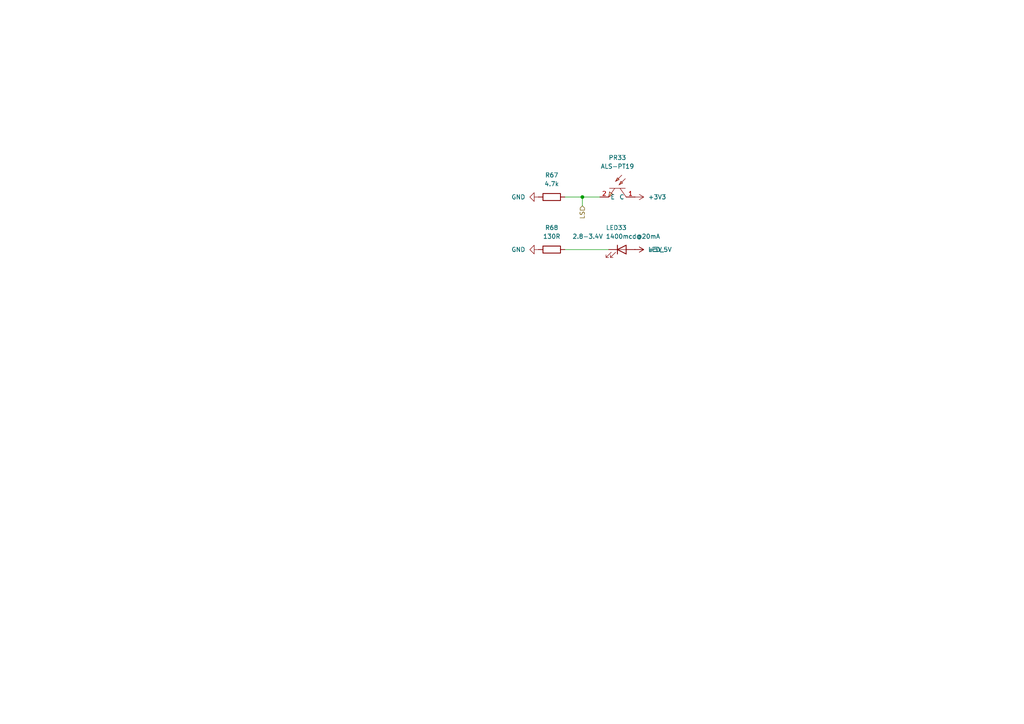
<source format=kicad_sch>
(kicad_sch (version 20231120) (generator "eeschema") (generator_version "8.0")
  (paper "A4")
  (lib_symbols
    (symbol "Device:LED" (pin_numbers hide) (pin_names (offset 1.016) hide)
      (property "Reference" "D" (at 0 2.54 0))
      (property "Value" "LED" (at 0 -2.54 0))
      (symbol "LED_0_1"
        (polyline (pts (xy -1.27 -1.27) (xy -1.27 1.27)) (stroke (width 0.254)))
        (polyline (pts (xy -1.27 0) (xy 1.27 0)))
        (polyline (pts (xy 1.27 -1.27) (xy 1.27 1.27) (xy -1.27 0) (xy 1.27 -1.27)) (stroke (width 0.254)))
        (polyline (pts (xy -3.048 -0.762) (xy -4.572 -2.286) (xy -3.81 -2.286) (xy -4.572 -2.286) (xy -4.572 -1.524)))
        (polyline (pts (xy -1.778 -0.762) (xy -3.302 -2.286) (xy -2.54 -2.286) (xy -3.302 -2.286) (xy -3.302 -1.524)))
      )
      (symbol "LED_1_1"
        (pin passive line (at -3.81 0 0) (length 2.54) (name "K") (number "1"))
        (pin passive line (at 3.81 0 180) (length 2.54) (name "A") (number "2"))
      )
    )
    (symbol "Device:R" (pin_numbers hide) (pin_names (offset 0))
      (property "Reference" "R" (at 2.032 0 90))
      (property "Value" "R" (at 0 0 90))
      (symbol "R_0_1"
        (rectangle (start -1.016 -2.54) (end 1.016 2.54) (stroke (width 0.254)))
      )
      (symbol "R_1_1"
        (pin passive line (at 0 3.81 270) (length 1.27) (name "~") (number "1"))
        (pin passive line (at 0 -3.81 90) (length 1.27) (name "~") (number "2"))
      )
    )
    (symbol "EasyEDA:ALS-PT19-315C_L177_TR8"
      (property "Reference" "R" (at 0 10.16 0))
      (property "Value" "ALS-PT19-315C/L177/TR8" (at 0 -10.16 0))
      (symbol "ALS-PT19-315C_L177_TR8_0_1"
        (polyline (pts (xy -5.08 1.27) (xy -3.3 -0.51)))
        (polyline (pts (xy -4.06 2.29) (xy -2.29 0.51)))
        (polyline (pts (xy -1.27 -0.76) (xy 1.27 -2.54)))
        (polyline (pts (xy -1.27 2.29) (xy -1.27 -2.29)))
        (polyline (pts (xy 1.27 2.54) (xy -1.27 0.76)))
        (polyline (pts (xy -3.3 -0.51) (xy -3.81 0.51) (xy -4.32 0) (xy -3.3 -0.51)) (fill (type background)))
        (polyline (pts (xy -2.29 0.51) (xy -2.79 1.52) (xy -3.3 1.02) (xy -2.29 0.51)) (fill (type background)))
        (polyline (pts (xy 1.27 -2.54) (xy 0.51 -1.27) (xy -0.25 -2.29) (xy 1.27 -2.54)) (fill (type background)))
        (pin input line (at 1.27 5.08 270) (length 2.54) (name "C") (number "1"))
        (pin input line (at 1.27 -5.08 90) (length 2.54) (name "E") (number "2"))
      )
    )
    (symbol "power:+3.3V" (power) (pin_numbers hide) (pin_names (offset 0) hide)
      (property "Value" "+3.3V" (at 0 3.556 0))
      (symbol "+3.3V_0_1"
        (polyline (pts (xy -0.762 1.27) (xy 0 2.54)))
        (polyline (pts (xy 0 0) (xy 0 2.54)))
        (polyline (pts (xy 0 2.54) (xy 0.762 1.27)))
      )
      (symbol "+3.3V_1_1"
        (pin power_in line (at 0 0 90) (length 0) (name "~") (number "1"))
      )
    )
    (symbol "power:+5V" (power) (pin_numbers hide) (pin_names (offset 0) hide)
      (property "Value" "+5V" (at 0 3.556 0))
      (symbol "+5V_0_1"
        (polyline (pts (xy -0.762 1.27) (xy 0 2.54)))
        (polyline (pts (xy 0 0) (xy 0 2.54)))
        (polyline (pts (xy 0 2.54) (xy 0.762 1.27)))
      )
      (symbol "+5V_1_1"
        (pin power_in line (at 0 0 90) (length 0) (name "~") (number "1"))
      )
    )
    (symbol "power:GND" (power) (pin_numbers hide) (pin_names (offset 0) hide)
      (property "Value" "GND" (at 0 -3.81 0))
      (symbol "GND_0_1"
        (polyline (pts (xy 0 0) (xy 0 -1.27) (xy 1.27 -1.27) (xy 0 -2.54) (xy -1.27 -1.27) (xy 0 -1.27)))
      )
      (symbol "GND_1_1"
        (pin power_in line (at 0 0 270) (length 0) (name "~") (number "1"))
      )
    )
  )
  (junction (at 168.91 57.15))
  (wire (pts (xy 163.83 72.39) (xy 176.53 72.39)))
  (wire (pts (xy 163.83 57.15) (xy 168.91 57.15)))
  (wire (pts (xy 173.99 57.15) (xy 168.91 57.15)))
  (wire (pts (xy 168.91 59.69) (xy 168.91 57.15)))
  (hierarchical_label "LS" (shape input) (at 168.91 59.69 270))
  (symbol (lib_id "Device:R") (at 160.02 57.15 270) (unit 1)
    (property "Reference" "R67" (at 160.02 50.8 90))
    (property "Value" "4.7k" (at 160.02 53.34 90))
    (property "Footprint" "PCM_Resistor_SMD_AKL:R_0805_2012Metric_Pad1.15x1.40mm_HandSolder" (effects (hide yes)))
    (property "Description" "Resistor" (effects (hide yes)))
    (instances (project "pcb" (path "" (reference "R67") (unit 1)) (path "" (reference "R77") (unit 1)) (path "" (reference "R97") (unit 1)) (path "" (reference "R85") (unit 1)) (path "" (reference "R81") (unit 1)) (path "" (reference "R95") (unit 1)) (path "" (reference "R91") (unit 1)) (path "" (reference "R79") (unit 1)) (path "" (reference "R71") (unit 1)) (path "" (reference "R75") (unit 1)) (path "" (reference "R83") (unit 1)) (path "" (reference "R87") (unit 1)) (path "" (reference "R73") (unit 1)) (path "" (reference "R93") (unit 1)) (path "" (reference "R89") (unit 1)) (path "" (reference "R69") (unit 1)) (path "" (reference "R35") (unit 1)) (path "" (reference "R45") (unit 1)) (path "" (reference "R65") (unit 1)) (path "" (reference "R53") (unit 1)) (path "" (reference "R49") (unit 1)) (path "" (reference "R63") (unit 1)) (path "" (reference "R59") (unit 1)) (path "" (reference "R47") (unit 1)) (path "" (reference "R39") (unit 1)) (path "" (reference "R43") (unit 1)) (path "" (reference "R51") (unit 1)) (path "" (reference "R55") (unit 1)) (path "" (reference "R41") (unit 1)) (path "" (reference "R61") (unit 1)) (path "" (reference "R57") (unit 1)) (path "" (reference "R37") (unit 1)) (path "" (reference "R3") (unit 1)) (path "" (reference "R13") (unit 1)) (path "" (reference "R33") (unit 1)) (path "" (reference "R21") (unit 1)) (path "" (reference "R17") (unit 1)) (path "" (reference "R31") (unit 1)) (path "" (reference "R27") (unit 1)) (path "" (reference "R15") (unit 1)) (path "" (reference "R7") (unit 1)) (path "" (reference "R11") (unit 1)) (path "" (reference "R19") (unit 1)) (path "" (reference "R23") (unit 1)) (path "" (reference "R9") (unit 1)) (path "" (reference "R29") (unit 1)) (path "" (reference "R25") (unit 1)) (path "" (reference "R5") (unit 1))))
  )
  (symbol (lib_id "EasyEDA:ALS-PT19-315C_L177_TR8") (at 179.07 55.88 270) (unit 1)
    (property "Reference" "PR33" (at 179.07 45.72 90))
    (property "Value" "ALS-PT19" (at 179.07 48.26 90))
    (property "Footprint" "EasyEDA:SENSORS-SMD_ALS-PT19" (effects (hide yes)))
    (property "Datasheet" "https://lcsc.com/product-detail/Photoresistors_ALS-PT19-315C-L177-TR8_C146233.html" (effects (hide yes)))
    (property "LCSC Part" "C146233" (effects (hide yes)))
    (instances (project "pcb" (path "" (reference "PR33") (unit 1)) (path "" (reference "PR38") (unit 1)) (path "" (reference "PR48") (unit 1)) (path "" (reference "PR42") (unit 1)) (path "" (reference "PR40") (unit 1)) (path "" (reference "PR47") (unit 1)) (path "" (reference "PR45") (unit 1)) (path "" (reference "PR39") (unit 1)) (path "" (reference "PR35") (unit 1)) (path "" (reference "PR37") (unit 1)) (path "" (reference "PR41") (unit 1)) (path "" (reference "PR43") (unit 1)) (path "" (reference "PR36") (unit 1)) (path "" (reference "PR46") (unit 1)) (path "" (reference "PR44") (unit 1)) (path "" (reference "PR34") (unit 1)) (path "" (reference "PR17") (unit 1)) (path "" (reference "PR22") (unit 1)) (path "" (reference "PR32") (unit 1)) (path "" (reference "PR26") (unit 1)) (path "" (reference "PR24") (unit 1)) (path "" (reference "PR31") (unit 1)) (path "" (reference "PR29") (unit 1)) (path "" (reference "PR23") (unit 1)) (path "" (reference "PR19") (unit 1)) (path "" (reference "PR21") (unit 1)) (path "" (reference "PR25") (unit 1)) (path "" (reference "PR27") (unit 1)) (path "" (reference "PR20") (unit 1)) (path "" (reference "PR30") (unit 1)) (path "" (reference "PR28") (unit 1)) (path "" (reference "PR18") (unit 1)) (path "" (reference "PR1") (unit 1)) (path "" (reference "PR6") (unit 1)) (path "" (reference "PR16") (unit 1)) (path "" (reference "PR10") (unit 1)) (path "" (reference "PR8") (unit 1)) (path "" (reference "PR15") (unit 1)) (path "" (reference "PR13") (unit 1)) (path "" (reference "PR7") (unit 1)) (path "" (reference "PR3") (unit 1)) (path "" (reference "PR5") (unit 1)) (path "" (reference "PR9") (unit 1)) (path "" (reference "PR11") (unit 1)) (path "" (reference "PR4") (unit 1)) (path "" (reference "PR14") (unit 1)) (path "" (reference "PR12") (unit 1)) (path "" (reference "PR2") (unit 1))))
  )
  (symbol (lib_id "power:+5V") (at 184.15 72.39 270) (unit 1)
    (property "Reference" "#PWR0216" (effects (hide yes)))
    (property "Value" "+5V" (at 187.96 72.3899 90) (effects (justify left)))
    (property "Description" "Power symbol creates a global label with name \"+5V\"" (effects (hide yes)))
    (instances (project "pcb" (path "" (reference "#PWR0216") (unit 1)) (path "" (reference "#PWR0236") (unit 1)) (path "" (reference "#PWR0276") (unit 1)) (path "" (reference "#PWR0252") (unit 1)) (path "" (reference "#PWR0244") (unit 1)) (path "" (reference "#PWR0272") (unit 1)) (path "" (reference "#PWR0264") (unit 1)) (path "" (reference "#PWR0240") (unit 1)) (path "" (reference "#PWR0224") (unit 1)) (path "" (reference "#PWR0232") (unit 1)) (path "" (reference "#PWR0248") (unit 1)) (path "" (reference "#PWR0256") (unit 1)) (path "" (reference "#PWR0228") (unit 1)) (path "" (reference "#PWR0268") (unit 1)) (path "" (reference "#PWR0260") (unit 1)) (path "" (reference "#PWR0220") (unit 1)) (path "" (reference "#PWR0150") (unit 1)) (path "" (reference "#PWR0170") (unit 1)) (path "" (reference "#PWR0210") (unit 1)) (path "" (reference "#PWR0186") (unit 1)) (path "" (reference "#PWR0178") (unit 1)) (path "" (reference "#PWR0206") (unit 1)) (path "" (reference "#PWR0198") (unit 1)) (path "" (reference "#PWR0174") (unit 1)) (path "" (reference "#PWR0158") (unit 1)) (path "" (reference "#PWR0166") (unit 1)) (path "" (reference "#PWR0182") (unit 1)) (path "" (reference "#PWR0190") (unit 1)) (path "" (reference "#PWR0162") (unit 1)) (path "" (reference "#PWR0202") (unit 1)) (path "" (reference "#PWR0194") (unit 1)) (path "" (reference "#PWR0154") (unit 1)) (path "" (reference "#PWR084") (unit 1)) (path "" (reference "#PWR0104") (unit 1)) (path "" (reference "#PWR0144") (unit 1)) (path "" (reference "#PWR0120") (unit 1)) (path "" (reference "#PWR0112") (unit 1)) (path "" (reference "#PWR0140") (unit 1)) (path "" (reference "#PWR0132") (unit 1)) (path "" (reference "#PWR0108") (unit 1)) (path "" (reference "#PWR092") (unit 1)) (path "" (reference "#PWR0100") (unit 1)) (path "" (reference "#PWR0116") (unit 1)) (path "" (reference "#PWR0124") (unit 1)) (path "" (reference "#PWR096") (unit 1)) (path "" (reference "#PWR0136") (unit 1)) (path "" (reference "#PWR0128") (unit 1)) (path "" (reference "#PWR088") (unit 1))))
  )
  (symbol (lib_id "power:+3.3V") (at 184.15 57.15 270) (unit 1)
    (property "Reference" "#PWR0215" (effects (hide yes)))
    (property "Value" "+3V3" (at 187.96 57.1499 90) (effects (justify left)))
    (property "Description" "Power symbol creates a global label with name \"+3.3V\"" (effects (hide yes)))
    (instances (project "pcb" (path "" (reference "#PWR0215") (unit 1)) (path "" (reference "#PWR0235") (unit 1)) (path "" (reference "#PWR0275") (unit 1)) (path "" (reference "#PWR0251") (unit 1)) (path "" (reference "#PWR0243") (unit 1)) (path "" (reference "#PWR0271") (unit 1)) (path "" (reference "#PWR0263") (unit 1)) (path "" (reference "#PWR0239") (unit 1)) (path "" (reference "#PWR0223") (unit 1)) (path "" (reference "#PWR0231") (unit 1)) (path "" (reference "#PWR0247") (unit 1)) (path "" (reference "#PWR0255") (unit 1)) (path "" (reference "#PWR0227") (unit 1)) (path "" (reference "#PWR0267") (unit 1)) (path "" (reference "#PWR0259") (unit 1)) (path "" (reference "#PWR0219") (unit 1)) (path "" (reference "#PWR0149") (unit 1)) (path "" (reference "#PWR0169") (unit 1)) (path "" (reference "#PWR0209") (unit 1)) (path "" (reference "#PWR0185") (unit 1)) (path "" (reference "#PWR0177") (unit 1)) (path "" (reference "#PWR0205") (unit 1)) (path "" (reference "#PWR0197") (unit 1)) (path "" (reference "#PWR0173") (unit 1)) (path "" (reference "#PWR0157") (unit 1)) (path "" (reference "#PWR0165") (unit 1)) (path "" (reference "#PWR0181") (unit 1)) (path "" (reference "#PWR0189") (unit 1)) (path "" (reference "#PWR0161") (unit 1)) (path "" (reference "#PWR0201") (unit 1)) (path "" (reference "#PWR0193") (unit 1)) (path "" (reference "#PWR0153") (unit 1)) (path "" (reference "#PWR083") (unit 1)) (path "" (reference "#PWR0103") (unit 1)) (path "" (reference "#PWR0143") (unit 1)) (path "" (reference "#PWR0119") (unit 1)) (path "" (reference "#PWR0111") (unit 1)) (path "" (reference "#PWR0139") (unit 1)) (path "" (reference "#PWR0131") (unit 1)) (path "" (reference "#PWR0107") (unit 1)) (path "" (reference "#PWR091") (unit 1)) (path "" (reference "#PWR099") (unit 1)) (path "" (reference "#PWR0115") (unit 1)) (path "" (reference "#PWR0123") (unit 1)) (path "" (reference "#PWR095") (unit 1)) (path "" (reference "#PWR0135") (unit 1)) (path "" (reference "#PWR0127") (unit 1)) (path "" (reference "#PWR087") (unit 1))))
  )
  (symbol (lib_id "power:+5V") (at 184.15 72.39 270) (unit 1)
    (property "Reference" "#PWR084" (effects (hide yes)))
    (property "Value" "LED_5V" (at 187.96 72.3899 90) (effects (justify left)))
    (property "Description" "Power symbol creates a global label with name \"+5V\"" (effects (hide yes)))
    (instances (project "pcb" (path "" (reference "#PWR0216") (unit 1)) (path "" (reference "#PWR0236") (unit 1)) (path "" (reference "#PWR0276") (unit 1)) (path "" (reference "#PWR0252") (unit 1)) (path "" (reference "#PWR0244") (unit 1)) (path "" (reference "#PWR0272") (unit 1)) (path "" (reference "#PWR0264") (unit 1)) (path "" (reference "#PWR0240") (unit 1)) (path "" (reference "#PWR0224") (unit 1)) (path "" (reference "#PWR0232") (unit 1)) (path "" (reference "#PWR0248") (unit 1)) (path "" (reference "#PWR0256") (unit 1)) (path "" (reference "#PWR0228") (unit 1)) (path "" (reference "#PWR0268") (unit 1)) (path "" (reference "#PWR0260") (unit 1)) (path "" (reference "#PWR0220") (unit 1)) (path "" (reference "#PWR0150") (unit 1)) (path "" (reference "#PWR0170") (unit 1)) (path "" (reference "#PWR0210") (unit 1)) (path "" (reference "#PWR0186") (unit 1)) (path "" (reference "#PWR0178") (unit 1)) (path "" (reference "#PWR0206") (unit 1)) (path "" (reference "#PWR0198") (unit 1)) (path "" (reference "#PWR0174") (unit 1)) (path "" (reference "#PWR0158") (unit 1)) (path "" (reference "#PWR0166") (unit 1)) (path "" (reference "#PWR0182") (unit 1)) (path "" (reference "#PWR0190") (unit 1)) (path "" (reference "#PWR0162") (unit 1)) (path "" (reference "#PWR0202") (unit 1)) (path "" (reference "#PWR0194") (unit 1)) (path "" (reference "#PWR0154") (unit 1)) (path "" (reference "#PWR084") (unit 1)) (path "" (reference "#PWR0104") (unit 1)) (path "" (reference "#PWR0144") (unit 1)) (path "" (reference "#PWR0120") (unit 1)) (path "" (reference "#PWR0112") (unit 1)) (path "" (reference "#PWR0140") (unit 1)) (path "" (reference "#PWR0132") (unit 1)) (path "" (reference "#PWR0108") (unit 1)) (path "" (reference "#PWR092") (unit 1)) (path "" (reference "#PWR0100") (unit 1)) (path "" (reference "#PWR0116") (unit 1)) (path "" (reference "#PWR0124") (unit 1)) (path "" (reference "#PWR096") (unit 1)) (path "" (reference "#PWR0136") (unit 1)) (path "" (reference "#PWR0128") (unit 1)) (path "" (reference "#PWR088") (unit 1))))
  )
  (symbol (lib_id "Device:LED") (at 180.34 72.39 0) (unit 1)
    (property "Reference" "LED33" (at 178.7525 66.04 0))
    (property "Value" "2.8-3.4V 1400mcd@20mA" (at 178.7525 68.58 0))
    (property "Footprint" "Diode_SMD:D_0805_2012Metric_Pad1.15x1.40mm_HandSolder" (effects (hide yes)))
    (property "Description" "Light emitting diode" (effects (hide yes)))
    (instances (project "pcb" (path "" (reference "LED33") (unit 1)) (path "" (reference "LED38") (unit 1)) (path "" (reference "LED48") (unit 1)) (path "" (reference "LED42") (unit 1)) (path "" (reference "LED40") (unit 1)) (path "" (reference "LED47") (unit 1)) (path "" (reference "LED45") (unit 1)) (path "" (reference "LED39") (unit 1)) (path "" (reference "LED35") (unit 1)) (path "" (reference "LED37") (unit 1)) (path "" (reference "LED41") (unit 1)) (path "" (reference "LED43") (unit 1)) (path "" (reference "LED36") (unit 1)) (path "" (reference "LED46") (unit 1)) (path "" (reference "LED44") (unit 1)) (path "" (reference "LED34") (unit 1)) (path "" (reference "LED17") (unit 1)) (path "" (reference "LED22") (unit 1)) (path "" (reference "LED32") (unit 1)) (path "" (reference "LED26") (unit 1)) (path "" (reference "LED24") (unit 1)) (path "" (reference "LED31") (unit 1)) (path "" (reference "LED29") (unit 1)) (path "" (reference "LED23") (unit 1)) (path "" (reference "LED19") (unit 1)) (path "" (reference "LED21") (unit 1)) (path "" (reference "LED25") (unit 1)) (path "" (reference "LED27") (unit 1)) (path "" (reference "LED20") (unit 1)) (path "" (reference "LED30") (unit 1)) (path "" (reference "LED28") (unit 1)) (path "" (reference "LED18") (unit 1)) (path "" (reference "LED1") (unit 1)) (path "" (reference "LED6") (unit 1)) (path "" (reference "LED16") (unit 1)) (path "" (reference "LED10") (unit 1)) (path "" (reference "LED8") (unit 1)) (path "" (reference "LED15") (unit 1)) (path "" (reference "LED13") (unit 1)) (path "" (reference "LED7") (unit 1)) (path "" (reference "LED3") (unit 1)) (path "" (reference "LED5") (unit 1)) (path "" (reference "LED9") (unit 1)) (path "" (reference "LED11") (unit 1)) (path "" (reference "LED4") (unit 1)) (path "" (reference "LED14") (unit 1)) (path "" (reference "LED12") (unit 1)) (path "" (reference "LED2") (unit 1))))
  )
  (symbol (lib_id "power:GND") (at 156.21 72.39 270) (unit 1)
    (property "Reference" "#PWR0214" (effects (hide yes)))
    (property "Value" "GND" (at 152.4 72.3899 90) (effects (justify right)))
    (property "Description" "Power symbol creates a global label with name \"GND\" , ground" (effects (hide yes)))
    (instances (project "pcb" (path "" (reference "#PWR0214") (unit 1)) (path "" (reference "#PWR0234") (unit 1)) (path "" (reference "#PWR0274") (unit 1)) (path "" (reference "#PWR0250") (unit 1)) (path "" (reference "#PWR0242") (unit 1)) (path "" (reference "#PWR0270") (unit 1)) (path "" (reference "#PWR0262") (unit 1)) (path "" (reference "#PWR0238") (unit 1)) (path "" (reference "#PWR0222") (unit 1)) (path "" (reference "#PWR0230") (unit 1)) (path "" (reference "#PWR0246") (unit 1)) (path "" (reference "#PWR0254") (unit 1)) (path "" (reference "#PWR0226") (unit 1)) (path "" (reference "#PWR0266") (unit 1)) (path "" (reference "#PWR0258") (unit 1)) (path "" (reference "#PWR0218") (unit 1)) (path "" (reference "#PWR0148") (unit 1)) (path "" (reference "#PWR0168") (unit 1)) (path "" (reference "#PWR0208") (unit 1)) (path "" (reference "#PWR0184") (unit 1)) (path "" (reference "#PWR0176") (unit 1)) (path "" (reference "#PWR0204") (unit 1)) (path "" (reference "#PWR0196") (unit 1)) (path "" (reference "#PWR0172") (unit 1)) (path "" (reference "#PWR0156") (unit 1)) (path "" (reference "#PWR0164") (unit 1)) (path "" (reference "#PWR0180") (unit 1)) (path "" (reference "#PWR0188") (unit 1)) (path "" (reference "#PWR0160") (unit 1)) (path "" (reference "#PWR0200") (unit 1)) (path "" (reference "#PWR0192") (unit 1)) (path "" (reference "#PWR0152") (unit 1)) (path "" (reference "#PWR082") (unit 1)) (path "" (reference "#PWR0102") (unit 1)) (path "" (reference "#PWR0142") (unit 1)) (path "" (reference "#PWR0118") (unit 1)) (path "" (reference "#PWR0110") (unit 1)) (path "" (reference "#PWR0138") (unit 1)) (path "" (reference "#PWR0130") (unit 1)) (path "" (reference "#PWR0106") (unit 1)) (path "" (reference "#PWR090") (unit 1)) (path "" (reference "#PWR098") (unit 1)) (path "" (reference "#PWR0114") (unit 1)) (path "" (reference "#PWR0122") (unit 1)) (path "" (reference "#PWR094") (unit 1)) (path "" (reference "#PWR0134") (unit 1)) (path "" (reference "#PWR0126") (unit 1)) (path "" (reference "#PWR086") (unit 1))))
  )
  (symbol (lib_id "power:GND") (at 156.21 57.15 270) (unit 1)
    (property "Reference" "#PWR0213" (effects (hide yes)))
    (property "Value" "GND" (at 152.4 57.1501 90) (effects (justify right)))
    (property "Description" "Power symbol creates a global label with name \"GND\" , ground" (effects (hide yes)))
    (instances (project "pcb" (path "" (reference "#PWR0213") (unit 1)) (path "" (reference "#PWR0233") (unit 1)) (path "" (reference "#PWR0273") (unit 1)) (path "" (reference "#PWR0249") (unit 1)) (path "" (reference "#PWR0241") (unit 1)) (path "" (reference "#PWR0269") (unit 1)) (path "" (reference "#PWR0261") (unit 1)) (path "" (reference "#PWR0237") (unit 1)) (path "" (reference "#PWR0221") (unit 1)) (path "" (reference "#PWR0229") (unit 1)) (path "" (reference "#PWR0245") (unit 1)) (path "" (reference "#PWR0253") (unit 1)) (path "" (reference "#PWR0225") (unit 1)) (path "" (reference "#PWR0265") (unit 1)) (path "" (reference "#PWR0257") (unit 1)) (path "" (reference "#PWR0217") (unit 1)) (path "" (reference "#PWR0147") (unit 1)) (path "" (reference "#PWR0167") (unit 1)) (path "" (reference "#PWR0207") (unit 1)) (path "" (reference "#PWR0183") (unit 1)) (path "" (reference "#PWR0175") (unit 1)) (path "" (reference "#PWR0203") (unit 1)) (path "" (reference "#PWR0195") (unit 1)) (path "" (reference "#PWR0171") (unit 1)) (path "" (reference "#PWR0155") (unit 1)) (path "" (reference "#PWR0163") (unit 1)) (path "" (reference "#PWR0179") (unit 1)) (path "" (reference "#PWR0187") (unit 1)) (path "" (reference "#PWR0159") (unit 1)) (path "" (reference "#PWR0199") (unit 1)) (path "" (reference "#PWR0191") (unit 1)) (path "" (reference "#PWR0151") (unit 1)) (path "" (reference "#PWR081") (unit 1)) (path "" (reference "#PWR0101") (unit 1)) (path "" (reference "#PWR0141") (unit 1)) (path "" (reference "#PWR0117") (unit 1)) (path "" (reference "#PWR0109") (unit 1)) (path "" (reference "#PWR0137") (unit 1)) (path "" (reference "#PWR0129") (unit 1)) (path "" (reference "#PWR0105") (unit 1)) (path "" (reference "#PWR089") (unit 1)) (path "" (reference "#PWR097") (unit 1)) (path "" (reference "#PWR0113") (unit 1)) (path "" (reference "#PWR0121") (unit 1)) (path "" (reference "#PWR093") (unit 1)) (path "" (reference "#PWR0133") (unit 1)) (path "" (reference "#PWR0125") (unit 1)) (path "" (reference "#PWR085") (unit 1))))
  )
  (symbol (lib_id "Device:R") (at 160.02 72.39 90) (mirror x) (unit 1)
    (property "Reference" "R68" (at 160.02 66.04 90))
    (property "Value" "130R" (at 160.02 68.58 90))
    (property "Footprint" "PCM_Resistor_SMD_AKL:R_0805_2012Metric_Pad1.15x1.40mm_HandSolder" (effects (hide yes)))
    (property "Description" "Resistor" (effects (hide yes)))
    (instances (project "pcb" (path "" (reference "R68") (unit 1)) (path "" (reference "R78") (unit 1)) (path "" (reference "R98") (unit 1)) (path "" (reference "R86") (unit 1)) (path "" (reference "R82") (unit 1)) (path "" (reference "R96") (unit 1)) (path "" (reference "R92") (unit 1)) (path "" (reference "R80") (unit 1)) (path "" (reference "R72") (unit 1)) (path "" (reference "R76") (unit 1)) (path "" (reference "R84") (unit 1)) (path "" (reference "R88") (unit 1)) (path "" (reference "R74") (unit 1)) (path "" (reference "R94") (unit 1)) (path "" (reference "R90") (unit 1)) (path "" (reference "R70") (unit 1)) (path "" (reference "R36") (unit 1)) (path "" (reference "R46") (unit 1)) (path "" (reference "R66") (unit 1)) (path "" (reference "R54") (unit 1)) (path "" (reference "R50") (unit 1)) (path "" (reference "R64") (unit 1)) (path "" (reference "R60") (unit 1)) (path "" (reference "R48") (unit 1)) (path "" (reference "R40") (unit 1)) (path "" (reference "R44") (unit 1)) (path "" (reference "R52") (unit 1)) (path "" (reference "R56") (unit 1)) (path "" (reference "R42") (unit 1)) (path "" (reference "R62") (unit 1)) (path "" (reference "R58") (unit 1)) (path "" (reference "R38") (unit 1)) (path "" (reference "R4") (unit 1)) (path "" (reference "R14") (unit 1)) (path "" (reference "R34") (unit 1)) (path "" (reference "R22") (unit 1)) (path "" (reference "R18") (unit 1)) (path "" (reference "R32") (unit 1)) (path "" (reference "R28") (unit 1)) (path "" (reference "R16") (unit 1)) (path "" (reference "R8") (unit 1)) (path "" (reference "R12") (unit 1)) (path "" (reference "R20") (unit 1)) (path "" (reference "R24") (unit 1)) (path "" (reference "R10") (unit 1)) (path "" (reference "R30") (unit 1)) (path "" (reference "R26") (unit 1)) (path "" (reference "R6") (unit 1))))
  )
)
</source>
